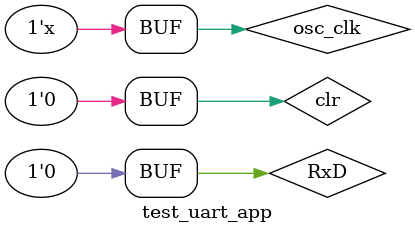
<source format=v>
`timescale 1ns / 1ps


module test_uart_app;

	// Inputs
	reg osc_clk;
	reg clr;
	reg RxD;

	// Outputs
	wire TxD;

	// Bidirs
	wire [15:0] mem_data;

	// Instantiate the Unit Under Test (UUT)
	system uut (
		.osc_clk(osc_clk), 
		.clr(clr), 
		.RxD(RxD), 
		.TxD(TxD)
	);
	
	always
		#5 osc_clk = !osc_clk;

	initial begin
		// Initialize Inputs
		osc_clk = 0;
		clr = 1;
		RxD = 0;

		// Wait 100 ns for global reset to finish
		#100;
        
		// Add stimulus here
		clr = 0;
	end
      
endmodule


</source>
